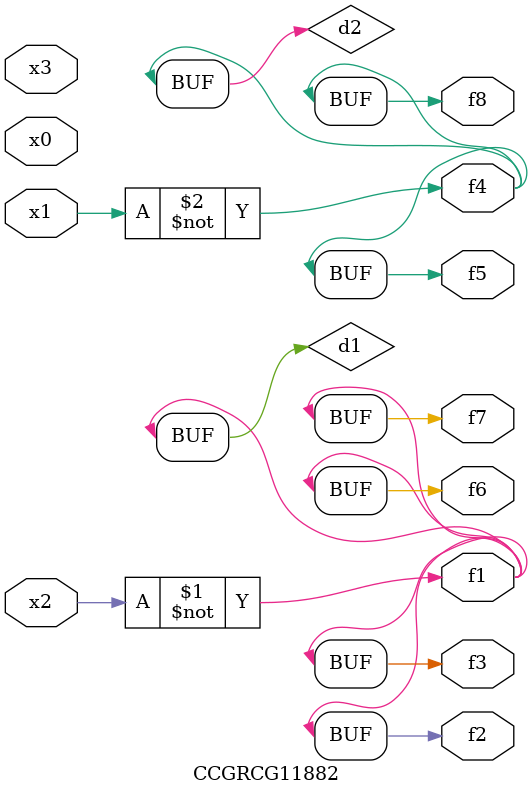
<source format=v>
module CCGRCG11882(
	input x0, x1, x2, x3,
	output f1, f2, f3, f4, f5, f6, f7, f8
);

	wire d1, d2;

	xnor (d1, x2);
	not (d2, x1);
	assign f1 = d1;
	assign f2 = d1;
	assign f3 = d1;
	assign f4 = d2;
	assign f5 = d2;
	assign f6 = d1;
	assign f7 = d1;
	assign f8 = d2;
endmodule

</source>
